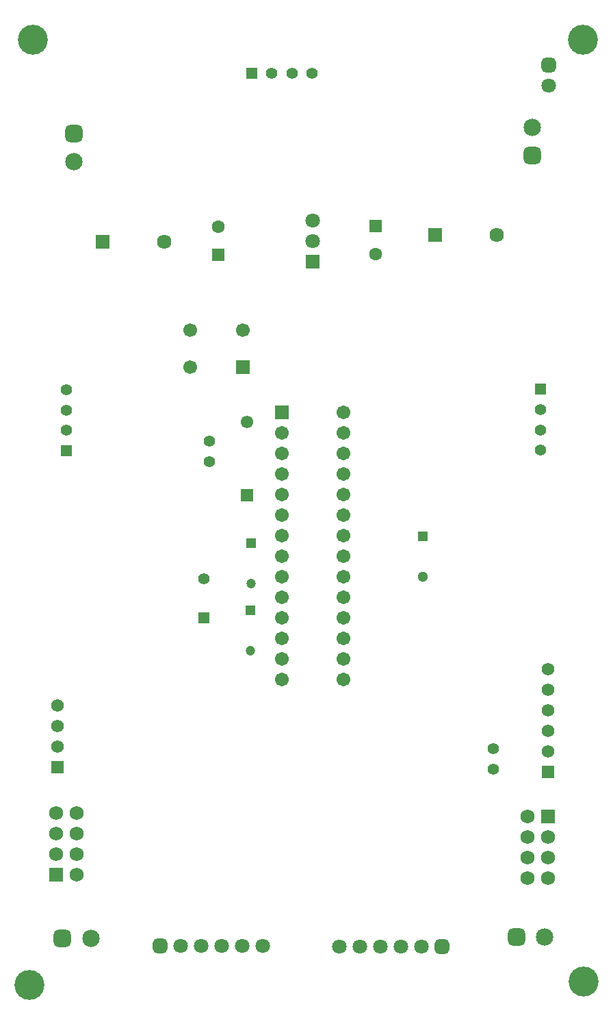
<source format=gts>
G04*
G04 #@! TF.GenerationSoftware,Altium Limited,Altium Designer,23.1.1 (15)*
G04*
G04 Layer_Color=8388736*
%FSLAX44Y44*%
%MOMM*%
G71*
G04*
G04 #@! TF.SameCoordinates,CE7A5FB5-0843-4AAF-81C9-3556B418EFC3*
G04*
G04*
G04 #@! TF.FilePolarity,Negative*
G04*
G01*
G75*
%ADD17C,3.7032*%
%ADD18C,1.4132*%
G04:AMPARAMS|DCode=19|XSize=2.1532mm|YSize=2.1532mm|CornerRadius=0.5891mm|HoleSize=0mm|Usage=FLASHONLY|Rotation=0.000|XOffset=0mm|YOffset=0mm|HoleType=Round|Shape=RoundedRectangle|*
%AMROUNDEDRECTD19*
21,1,2.1532,0.9750,0,0,0.0*
21,1,0.9750,2.1532,0,0,0.0*
1,1,1.1782,0.4875,-0.4875*
1,1,1.1782,-0.4875,-0.4875*
1,1,1.1782,-0.4875,0.4875*
1,1,1.1782,0.4875,0.4875*
%
%ADD19ROUNDEDRECTD19*%
%ADD20C,2.1532*%
%ADD21R,1.7032X1.7032*%
%ADD22C,1.7032*%
%ADD23R,1.7832X1.7832*%
%ADD24C,1.7832*%
%ADD25R,1.7012X1.7012*%
%ADD26C,1.7012*%
%ADD27R,1.5732X1.5732*%
%ADD28C,1.5732*%
G04:AMPARAMS|DCode=29|XSize=2.1532mm|YSize=2.1532mm|CornerRadius=0.5891mm|HoleSize=0mm|Usage=FLASHONLY|Rotation=90.000|XOffset=0mm|YOffset=0mm|HoleType=Round|Shape=RoundedRectangle|*
%AMROUNDEDRECTD29*
21,1,2.1532,0.9750,0,0,90.0*
21,1,0.9750,2.1532,0,0,90.0*
1,1,1.1782,0.4875,0.4875*
1,1,1.1782,0.4875,-0.4875*
1,1,1.1782,-0.4875,-0.4875*
1,1,1.1782,-0.4875,0.4875*
%
%ADD29ROUNDEDRECTD29*%
%ADD30C,1.8032*%
%ADD31R,1.8032X1.8032*%
G04:AMPARAMS|DCode=32|XSize=1.8032mm|YSize=1.8032mm|CornerRadius=0.5016mm|HoleSize=0mm|Usage=FLASHONLY|Rotation=270.000|XOffset=0mm|YOffset=0mm|HoleType=Round|Shape=RoundedRectangle|*
%AMROUNDEDRECTD32*
21,1,1.8032,0.8000,0,0,270.0*
21,1,0.8000,1.8032,0,0,270.0*
1,1,1.0032,-0.4000,-0.4000*
1,1,1.0032,-0.4000,0.4000*
1,1,1.0032,0.4000,0.4000*
1,1,1.0032,0.4000,-0.4000*
%
%ADD32ROUNDEDRECTD32*%
%ADD33R,1.6032X1.6032*%
%ADD34C,1.6032*%
%ADD35R,1.4032X1.4032*%
%ADD36C,1.4032*%
%ADD37R,1.5532X1.5532*%
%ADD38C,1.5532*%
G04:AMPARAMS|DCode=39|XSize=1.8032mm|YSize=1.8032mm|CornerRadius=0.5016mm|HoleSize=0mm|Usage=FLASHONLY|Rotation=180.000|XOffset=0mm|YOffset=0mm|HoleType=Round|Shape=RoundedRectangle|*
%AMROUNDEDRECTD39*
21,1,1.8032,0.8000,0,0,180.0*
21,1,0.8000,1.8032,0,0,180.0*
1,1,1.0032,-0.4000,0.4000*
1,1,1.0032,0.4000,0.4000*
1,1,1.0032,0.4000,-0.4000*
1,1,1.0032,-0.4000,-0.4000*
%
%ADD39ROUNDEDRECTD39*%
%ADD40C,1.7532*%
%ADD41R,1.7532X1.7532*%
%ADD42R,1.4000X1.4000*%
%ADD43C,1.4000*%
%ADD44R,1.5700X1.5700*%
%ADD45C,1.5700*%
%ADD46R,1.4000X1.4000*%
%ADD47C,1.2000*%
%ADD48R,1.2000X1.2000*%
%ADD49R,1.3000X1.3000*%
%ADD50C,1.3000*%
D17*
X255270Y243840D02*
D03*
X941070Y247650D02*
D03*
X939800Y1412240D02*
D03*
X259080D02*
D03*
D18*
X829310Y510540D02*
D03*
Y535940D02*
D03*
X477520Y890270D02*
D03*
Y915670D02*
D03*
D19*
X857530Y303070D02*
D03*
X295910Y300990D02*
D03*
D20*
X892530Y303070D02*
D03*
X877570Y1303730D02*
D03*
X309880Y1261110D02*
D03*
X330910Y300990D02*
D03*
D21*
X567690Y951230D02*
D03*
D22*
Y925830D02*
D03*
Y900430D02*
D03*
Y875030D02*
D03*
Y849630D02*
D03*
Y824230D02*
D03*
Y798830D02*
D03*
Y773430D02*
D03*
Y748030D02*
D03*
Y722630D02*
D03*
Y697230D02*
D03*
Y671830D02*
D03*
Y646430D02*
D03*
Y621030D02*
D03*
X643890Y951230D02*
D03*
Y925830D02*
D03*
Y900430D02*
D03*
Y875030D02*
D03*
Y849630D02*
D03*
Y824230D02*
D03*
Y798830D02*
D03*
Y773430D02*
D03*
Y748030D02*
D03*
Y722630D02*
D03*
Y697230D02*
D03*
Y671830D02*
D03*
Y646430D02*
D03*
Y621030D02*
D03*
D23*
X756920Y1170940D02*
D03*
X345440Y1162000D02*
D03*
D24*
X833120Y1170940D02*
D03*
X421640Y1162000D02*
D03*
D25*
X518910Y1007470D02*
D03*
D26*
X453910D02*
D03*
X518910Y1052470D02*
D03*
X453910D02*
D03*
D27*
X896620Y506730D02*
D03*
D28*
Y532130D02*
D03*
Y557530D02*
D03*
Y582930D02*
D03*
Y608330D02*
D03*
Y633730D02*
D03*
D29*
X877570Y1268730D02*
D03*
X309880Y1296110D02*
D03*
D30*
X605790Y1188720D02*
D03*
Y1163320D02*
D03*
X897890Y1355090D02*
D03*
X689610Y290830D02*
D03*
X740410D02*
D03*
X715010D02*
D03*
X664210D02*
D03*
X638810D02*
D03*
X492760Y292100D02*
D03*
X441960D02*
D03*
X467360D02*
D03*
X518160D02*
D03*
X543560D02*
D03*
D31*
X605790Y1137920D02*
D03*
D32*
X897890Y1380490D02*
D03*
D33*
X488950Y1145820D02*
D03*
X683260Y1181810D02*
D03*
D34*
X488950Y1180820D02*
D03*
X683260Y1146810D02*
D03*
D35*
X471170Y696960D02*
D03*
D36*
Y745760D02*
D03*
D37*
X524510Y849080D02*
D03*
D38*
Y939080D02*
D03*
D39*
X765810Y290830D02*
D03*
X416560Y292100D02*
D03*
D40*
X871220Y375920D02*
D03*
Y401320D02*
D03*
Y426720D02*
D03*
Y452120D02*
D03*
X896620Y375920D02*
D03*
Y401320D02*
D03*
Y426720D02*
D03*
X288290Y405130D02*
D03*
Y430530D02*
D03*
Y455930D02*
D03*
X313690Y379730D02*
D03*
Y405130D02*
D03*
Y430530D02*
D03*
Y455930D02*
D03*
D41*
X896620Y452120D02*
D03*
X288290Y379730D02*
D03*
D42*
X887730Y979640D02*
D03*
X300990Y904170D02*
D03*
D43*
X887730Y954640D02*
D03*
Y929640D02*
D03*
Y904640D02*
D03*
X300990Y929170D02*
D03*
Y954170D02*
D03*
Y979170D02*
D03*
X604990Y1370330D02*
D03*
X579990D02*
D03*
X554990D02*
D03*
D44*
X289560Y513080D02*
D03*
D45*
Y538480D02*
D03*
Y563880D02*
D03*
Y589280D02*
D03*
D46*
X529990Y1370330D02*
D03*
D47*
X529590Y739540D02*
D03*
X528320Y656990D02*
D03*
D48*
X529590Y789540D02*
D03*
X528320Y706990D02*
D03*
D49*
X741680Y798430D02*
D03*
D50*
Y748430D02*
D03*
M02*

</source>
